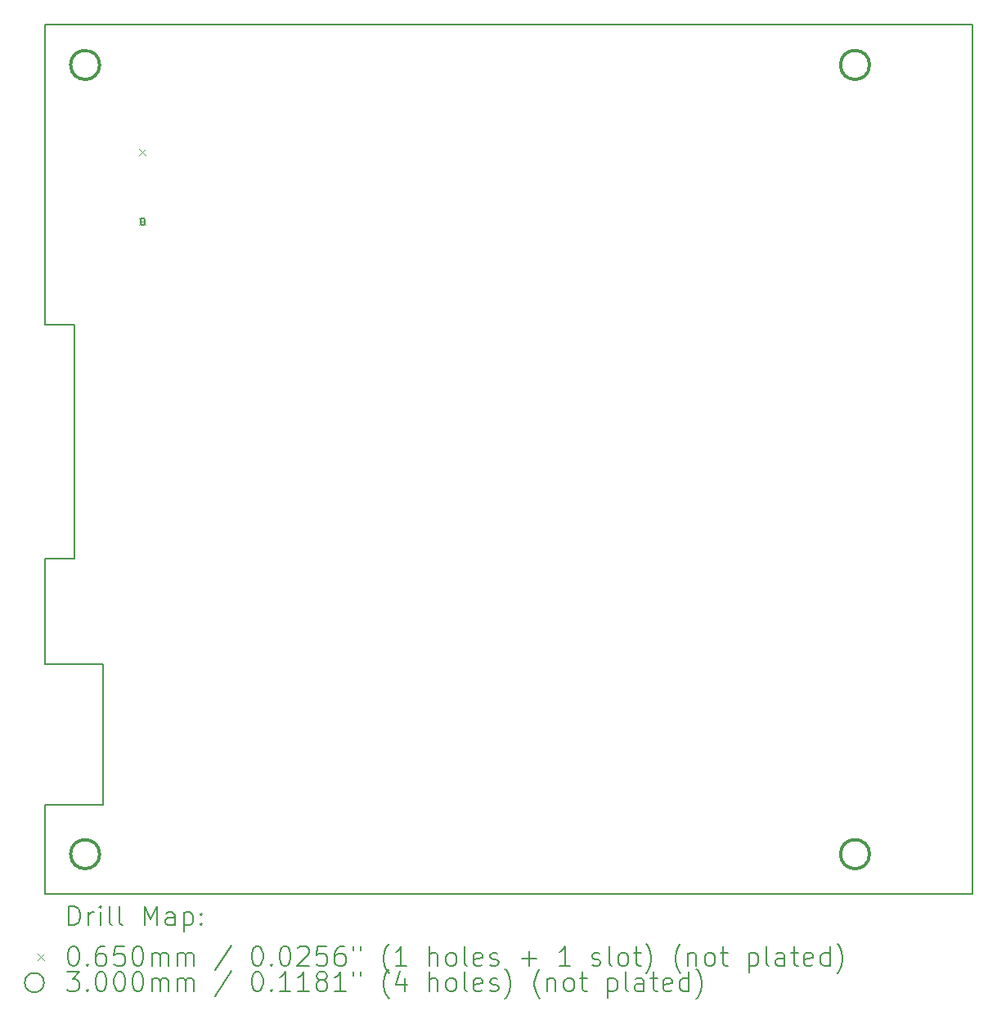
<source format=gbr>
%FSLAX45Y45*%
G04 Gerber Fmt 4.5, Leading zero omitted, Abs format (unit mm)*
G04 Created by KiCad (PCBNEW (6.0.2)) date 2022-05-04 13:01:19*
%MOMM*%
%LPD*%
G01*
G04 APERTURE LIST*
%TA.AperFunction,Profile*%
%ADD10C,0.200000*%
%TD*%
%ADD11C,0.200000*%
%ADD12C,0.065000*%
%ADD13C,0.300000*%
G04 APERTURE END LIST*
D10*
X3759200Y-13660000D02*
X4359200Y-13660000D01*
X3759200Y-12207500D02*
X3759200Y-11117000D01*
X4064000Y-8695000D02*
X4064000Y-11117000D01*
X3759200Y-8695000D02*
X3759200Y-5588000D01*
X13359200Y-5588000D02*
X13359200Y-14588000D01*
X3759200Y-14588000D02*
X13359200Y-14588000D01*
X3759200Y-12207500D02*
X4359200Y-12207500D01*
X4359200Y-12207500D02*
X4359200Y-13660000D01*
X3759200Y-11117000D02*
X4064000Y-11117000D01*
X3759200Y-8695000D02*
X4064000Y-8695000D01*
X3759200Y-5588000D02*
X13359200Y-5588000D01*
X3759200Y-14588000D02*
X3759200Y-13660000D01*
D11*
D12*
X4736740Y-6871900D02*
X4801740Y-6936900D01*
X4801740Y-6871900D02*
X4736740Y-6936900D01*
X4736740Y-7591900D02*
X4801740Y-7656900D01*
X4801740Y-7591900D02*
X4736740Y-7656900D01*
D11*
X4746740Y-7609400D02*
X4746740Y-7639400D01*
X4791740Y-7609400D02*
X4791740Y-7639400D01*
X4746740Y-7639400D02*
G75*
G03*
X4791740Y-7639400I22500J0D01*
G01*
X4791740Y-7609400D02*
G75*
G03*
X4746740Y-7609400I-22500J0D01*
G01*
D13*
X4324200Y-6003000D02*
G75*
G03*
X4324200Y-6003000I-150000J0D01*
G01*
X4324200Y-14173000D02*
G75*
G03*
X4324200Y-14173000I-150000J0D01*
G01*
X12294200Y-6003000D02*
G75*
G03*
X12294200Y-6003000I-150000J0D01*
G01*
X12294200Y-14173000D02*
G75*
G03*
X12294200Y-14173000I-150000J0D01*
G01*
D11*
X4006819Y-14908476D02*
X4006819Y-14708476D01*
X4054438Y-14708476D01*
X4083009Y-14718000D01*
X4102057Y-14737048D01*
X4111581Y-14756095D01*
X4121105Y-14794190D01*
X4121105Y-14822762D01*
X4111581Y-14860857D01*
X4102057Y-14879905D01*
X4083009Y-14898952D01*
X4054438Y-14908476D01*
X4006819Y-14908476D01*
X4206819Y-14908476D02*
X4206819Y-14775143D01*
X4206819Y-14813238D02*
X4216343Y-14794190D01*
X4225867Y-14784667D01*
X4244914Y-14775143D01*
X4263962Y-14775143D01*
X4330629Y-14908476D02*
X4330629Y-14775143D01*
X4330629Y-14708476D02*
X4321105Y-14718000D01*
X4330629Y-14727524D01*
X4340152Y-14718000D01*
X4330629Y-14708476D01*
X4330629Y-14727524D01*
X4454438Y-14908476D02*
X4435390Y-14898952D01*
X4425867Y-14879905D01*
X4425867Y-14708476D01*
X4559200Y-14908476D02*
X4540152Y-14898952D01*
X4530629Y-14879905D01*
X4530629Y-14708476D01*
X4787771Y-14908476D02*
X4787771Y-14708476D01*
X4854438Y-14851333D01*
X4921105Y-14708476D01*
X4921105Y-14908476D01*
X5102057Y-14908476D02*
X5102057Y-14803714D01*
X5092533Y-14784667D01*
X5073486Y-14775143D01*
X5035390Y-14775143D01*
X5016343Y-14784667D01*
X5102057Y-14898952D02*
X5083010Y-14908476D01*
X5035390Y-14908476D01*
X5016343Y-14898952D01*
X5006819Y-14879905D01*
X5006819Y-14860857D01*
X5016343Y-14841809D01*
X5035390Y-14832286D01*
X5083010Y-14832286D01*
X5102057Y-14822762D01*
X5197295Y-14775143D02*
X5197295Y-14975143D01*
X5197295Y-14784667D02*
X5216343Y-14775143D01*
X5254438Y-14775143D01*
X5273486Y-14784667D01*
X5283010Y-14794190D01*
X5292533Y-14813238D01*
X5292533Y-14870381D01*
X5283010Y-14889428D01*
X5273486Y-14898952D01*
X5254438Y-14908476D01*
X5216343Y-14908476D01*
X5197295Y-14898952D01*
X5378248Y-14889428D02*
X5387771Y-14898952D01*
X5378248Y-14908476D01*
X5368724Y-14898952D01*
X5378248Y-14889428D01*
X5378248Y-14908476D01*
X5378248Y-14784667D02*
X5387771Y-14794190D01*
X5378248Y-14803714D01*
X5368724Y-14794190D01*
X5378248Y-14784667D01*
X5378248Y-14803714D01*
D12*
X3684200Y-15205500D02*
X3749200Y-15270500D01*
X3749200Y-15205500D02*
X3684200Y-15270500D01*
D11*
X4044914Y-15128476D02*
X4063962Y-15128476D01*
X4083009Y-15138000D01*
X4092533Y-15147524D01*
X4102057Y-15166571D01*
X4111581Y-15204667D01*
X4111581Y-15252286D01*
X4102057Y-15290381D01*
X4092533Y-15309428D01*
X4083009Y-15318952D01*
X4063962Y-15328476D01*
X4044914Y-15328476D01*
X4025867Y-15318952D01*
X4016343Y-15309428D01*
X4006819Y-15290381D01*
X3997295Y-15252286D01*
X3997295Y-15204667D01*
X4006819Y-15166571D01*
X4016343Y-15147524D01*
X4025867Y-15138000D01*
X4044914Y-15128476D01*
X4197295Y-15309428D02*
X4206819Y-15318952D01*
X4197295Y-15328476D01*
X4187771Y-15318952D01*
X4197295Y-15309428D01*
X4197295Y-15328476D01*
X4378248Y-15128476D02*
X4340152Y-15128476D01*
X4321105Y-15138000D01*
X4311581Y-15147524D01*
X4292533Y-15176095D01*
X4283010Y-15214190D01*
X4283010Y-15290381D01*
X4292533Y-15309428D01*
X4302057Y-15318952D01*
X4321105Y-15328476D01*
X4359200Y-15328476D01*
X4378248Y-15318952D01*
X4387771Y-15309428D01*
X4397295Y-15290381D01*
X4397295Y-15242762D01*
X4387771Y-15223714D01*
X4378248Y-15214190D01*
X4359200Y-15204667D01*
X4321105Y-15204667D01*
X4302057Y-15214190D01*
X4292533Y-15223714D01*
X4283010Y-15242762D01*
X4578248Y-15128476D02*
X4483010Y-15128476D01*
X4473486Y-15223714D01*
X4483010Y-15214190D01*
X4502057Y-15204667D01*
X4549676Y-15204667D01*
X4568724Y-15214190D01*
X4578248Y-15223714D01*
X4587771Y-15242762D01*
X4587771Y-15290381D01*
X4578248Y-15309428D01*
X4568724Y-15318952D01*
X4549676Y-15328476D01*
X4502057Y-15328476D01*
X4483010Y-15318952D01*
X4473486Y-15309428D01*
X4711581Y-15128476D02*
X4730629Y-15128476D01*
X4749676Y-15138000D01*
X4759200Y-15147524D01*
X4768724Y-15166571D01*
X4778248Y-15204667D01*
X4778248Y-15252286D01*
X4768724Y-15290381D01*
X4759200Y-15309428D01*
X4749676Y-15318952D01*
X4730629Y-15328476D01*
X4711581Y-15328476D01*
X4692533Y-15318952D01*
X4683010Y-15309428D01*
X4673486Y-15290381D01*
X4663962Y-15252286D01*
X4663962Y-15204667D01*
X4673486Y-15166571D01*
X4683010Y-15147524D01*
X4692533Y-15138000D01*
X4711581Y-15128476D01*
X4863962Y-15328476D02*
X4863962Y-15195143D01*
X4863962Y-15214190D02*
X4873486Y-15204667D01*
X4892533Y-15195143D01*
X4921105Y-15195143D01*
X4940152Y-15204667D01*
X4949676Y-15223714D01*
X4949676Y-15328476D01*
X4949676Y-15223714D02*
X4959200Y-15204667D01*
X4978248Y-15195143D01*
X5006819Y-15195143D01*
X5025867Y-15204667D01*
X5035390Y-15223714D01*
X5035390Y-15328476D01*
X5130629Y-15328476D02*
X5130629Y-15195143D01*
X5130629Y-15214190D02*
X5140152Y-15204667D01*
X5159200Y-15195143D01*
X5187771Y-15195143D01*
X5206819Y-15204667D01*
X5216343Y-15223714D01*
X5216343Y-15328476D01*
X5216343Y-15223714D02*
X5225867Y-15204667D01*
X5244914Y-15195143D01*
X5273486Y-15195143D01*
X5292533Y-15204667D01*
X5302057Y-15223714D01*
X5302057Y-15328476D01*
X5692533Y-15118952D02*
X5521105Y-15376095D01*
X5949676Y-15128476D02*
X5968724Y-15128476D01*
X5987771Y-15138000D01*
X5997295Y-15147524D01*
X6006819Y-15166571D01*
X6016343Y-15204667D01*
X6016343Y-15252286D01*
X6006819Y-15290381D01*
X5997295Y-15309428D01*
X5987771Y-15318952D01*
X5968724Y-15328476D01*
X5949676Y-15328476D01*
X5930628Y-15318952D01*
X5921105Y-15309428D01*
X5911581Y-15290381D01*
X5902057Y-15252286D01*
X5902057Y-15204667D01*
X5911581Y-15166571D01*
X5921105Y-15147524D01*
X5930628Y-15138000D01*
X5949676Y-15128476D01*
X6102057Y-15309428D02*
X6111581Y-15318952D01*
X6102057Y-15328476D01*
X6092533Y-15318952D01*
X6102057Y-15309428D01*
X6102057Y-15328476D01*
X6235390Y-15128476D02*
X6254438Y-15128476D01*
X6273486Y-15138000D01*
X6283009Y-15147524D01*
X6292533Y-15166571D01*
X6302057Y-15204667D01*
X6302057Y-15252286D01*
X6292533Y-15290381D01*
X6283009Y-15309428D01*
X6273486Y-15318952D01*
X6254438Y-15328476D01*
X6235390Y-15328476D01*
X6216343Y-15318952D01*
X6206819Y-15309428D01*
X6197295Y-15290381D01*
X6187771Y-15252286D01*
X6187771Y-15204667D01*
X6197295Y-15166571D01*
X6206819Y-15147524D01*
X6216343Y-15138000D01*
X6235390Y-15128476D01*
X6378248Y-15147524D02*
X6387771Y-15138000D01*
X6406819Y-15128476D01*
X6454438Y-15128476D01*
X6473486Y-15138000D01*
X6483009Y-15147524D01*
X6492533Y-15166571D01*
X6492533Y-15185619D01*
X6483009Y-15214190D01*
X6368724Y-15328476D01*
X6492533Y-15328476D01*
X6673486Y-15128476D02*
X6578248Y-15128476D01*
X6568724Y-15223714D01*
X6578248Y-15214190D01*
X6597295Y-15204667D01*
X6644914Y-15204667D01*
X6663962Y-15214190D01*
X6673486Y-15223714D01*
X6683009Y-15242762D01*
X6683009Y-15290381D01*
X6673486Y-15309428D01*
X6663962Y-15318952D01*
X6644914Y-15328476D01*
X6597295Y-15328476D01*
X6578248Y-15318952D01*
X6568724Y-15309428D01*
X6854438Y-15128476D02*
X6816343Y-15128476D01*
X6797295Y-15138000D01*
X6787771Y-15147524D01*
X6768724Y-15176095D01*
X6759200Y-15214190D01*
X6759200Y-15290381D01*
X6768724Y-15309428D01*
X6778248Y-15318952D01*
X6797295Y-15328476D01*
X6835390Y-15328476D01*
X6854438Y-15318952D01*
X6863962Y-15309428D01*
X6873486Y-15290381D01*
X6873486Y-15242762D01*
X6863962Y-15223714D01*
X6854438Y-15214190D01*
X6835390Y-15204667D01*
X6797295Y-15204667D01*
X6778248Y-15214190D01*
X6768724Y-15223714D01*
X6759200Y-15242762D01*
X6949676Y-15128476D02*
X6949676Y-15166571D01*
X7025867Y-15128476D02*
X7025867Y-15166571D01*
X7321105Y-15404667D02*
X7311581Y-15395143D01*
X7292533Y-15366571D01*
X7283009Y-15347524D01*
X7273486Y-15318952D01*
X7263962Y-15271333D01*
X7263962Y-15233238D01*
X7273486Y-15185619D01*
X7283009Y-15157048D01*
X7292533Y-15138000D01*
X7311581Y-15109428D01*
X7321105Y-15099905D01*
X7502057Y-15328476D02*
X7387771Y-15328476D01*
X7444914Y-15328476D02*
X7444914Y-15128476D01*
X7425867Y-15157048D01*
X7406819Y-15176095D01*
X7387771Y-15185619D01*
X7740152Y-15328476D02*
X7740152Y-15128476D01*
X7825867Y-15328476D02*
X7825867Y-15223714D01*
X7816343Y-15204667D01*
X7797295Y-15195143D01*
X7768724Y-15195143D01*
X7749676Y-15204667D01*
X7740152Y-15214190D01*
X7949676Y-15328476D02*
X7930628Y-15318952D01*
X7921105Y-15309428D01*
X7911581Y-15290381D01*
X7911581Y-15233238D01*
X7921105Y-15214190D01*
X7930628Y-15204667D01*
X7949676Y-15195143D01*
X7978248Y-15195143D01*
X7997295Y-15204667D01*
X8006819Y-15214190D01*
X8016343Y-15233238D01*
X8016343Y-15290381D01*
X8006819Y-15309428D01*
X7997295Y-15318952D01*
X7978248Y-15328476D01*
X7949676Y-15328476D01*
X8130628Y-15328476D02*
X8111581Y-15318952D01*
X8102057Y-15299905D01*
X8102057Y-15128476D01*
X8283009Y-15318952D02*
X8263962Y-15328476D01*
X8225867Y-15328476D01*
X8206819Y-15318952D01*
X8197295Y-15299905D01*
X8197295Y-15223714D01*
X8206819Y-15204667D01*
X8225867Y-15195143D01*
X8263962Y-15195143D01*
X8283009Y-15204667D01*
X8292533Y-15223714D01*
X8292533Y-15242762D01*
X8197295Y-15261809D01*
X8368724Y-15318952D02*
X8387771Y-15328476D01*
X8425867Y-15328476D01*
X8444914Y-15318952D01*
X8454438Y-15299905D01*
X8454438Y-15290381D01*
X8444914Y-15271333D01*
X8425867Y-15261809D01*
X8397295Y-15261809D01*
X8378248Y-15252286D01*
X8368724Y-15233238D01*
X8368724Y-15223714D01*
X8378248Y-15204667D01*
X8397295Y-15195143D01*
X8425867Y-15195143D01*
X8444914Y-15204667D01*
X8692533Y-15252286D02*
X8844914Y-15252286D01*
X8768724Y-15328476D02*
X8768724Y-15176095D01*
X9197295Y-15328476D02*
X9083010Y-15328476D01*
X9140152Y-15328476D02*
X9140152Y-15128476D01*
X9121105Y-15157048D01*
X9102057Y-15176095D01*
X9083010Y-15185619D01*
X9425867Y-15318952D02*
X9444914Y-15328476D01*
X9483010Y-15328476D01*
X9502057Y-15318952D01*
X9511581Y-15299905D01*
X9511581Y-15290381D01*
X9502057Y-15271333D01*
X9483010Y-15261809D01*
X9454438Y-15261809D01*
X9435390Y-15252286D01*
X9425867Y-15233238D01*
X9425867Y-15223714D01*
X9435390Y-15204667D01*
X9454438Y-15195143D01*
X9483010Y-15195143D01*
X9502057Y-15204667D01*
X9625867Y-15328476D02*
X9606819Y-15318952D01*
X9597295Y-15299905D01*
X9597295Y-15128476D01*
X9730629Y-15328476D02*
X9711581Y-15318952D01*
X9702057Y-15309428D01*
X9692533Y-15290381D01*
X9692533Y-15233238D01*
X9702057Y-15214190D01*
X9711581Y-15204667D01*
X9730629Y-15195143D01*
X9759200Y-15195143D01*
X9778248Y-15204667D01*
X9787771Y-15214190D01*
X9797295Y-15233238D01*
X9797295Y-15290381D01*
X9787771Y-15309428D01*
X9778248Y-15318952D01*
X9759200Y-15328476D01*
X9730629Y-15328476D01*
X9854438Y-15195143D02*
X9930629Y-15195143D01*
X9883010Y-15128476D02*
X9883010Y-15299905D01*
X9892533Y-15318952D01*
X9911581Y-15328476D01*
X9930629Y-15328476D01*
X9978248Y-15404667D02*
X9987771Y-15395143D01*
X10006819Y-15366571D01*
X10016343Y-15347524D01*
X10025867Y-15318952D01*
X10035390Y-15271333D01*
X10035390Y-15233238D01*
X10025867Y-15185619D01*
X10016343Y-15157048D01*
X10006819Y-15138000D01*
X9987771Y-15109428D01*
X9978248Y-15099905D01*
X10340152Y-15404667D02*
X10330629Y-15395143D01*
X10311581Y-15366571D01*
X10302057Y-15347524D01*
X10292533Y-15318952D01*
X10283010Y-15271333D01*
X10283010Y-15233238D01*
X10292533Y-15185619D01*
X10302057Y-15157048D01*
X10311581Y-15138000D01*
X10330629Y-15109428D01*
X10340152Y-15099905D01*
X10416343Y-15195143D02*
X10416343Y-15328476D01*
X10416343Y-15214190D02*
X10425867Y-15204667D01*
X10444914Y-15195143D01*
X10473486Y-15195143D01*
X10492533Y-15204667D01*
X10502057Y-15223714D01*
X10502057Y-15328476D01*
X10625867Y-15328476D02*
X10606819Y-15318952D01*
X10597295Y-15309428D01*
X10587771Y-15290381D01*
X10587771Y-15233238D01*
X10597295Y-15214190D01*
X10606819Y-15204667D01*
X10625867Y-15195143D01*
X10654438Y-15195143D01*
X10673486Y-15204667D01*
X10683010Y-15214190D01*
X10692533Y-15233238D01*
X10692533Y-15290381D01*
X10683010Y-15309428D01*
X10673486Y-15318952D01*
X10654438Y-15328476D01*
X10625867Y-15328476D01*
X10749676Y-15195143D02*
X10825867Y-15195143D01*
X10778248Y-15128476D02*
X10778248Y-15299905D01*
X10787771Y-15318952D01*
X10806819Y-15328476D01*
X10825867Y-15328476D01*
X11044914Y-15195143D02*
X11044914Y-15395143D01*
X11044914Y-15204667D02*
X11063962Y-15195143D01*
X11102057Y-15195143D01*
X11121105Y-15204667D01*
X11130629Y-15214190D01*
X11140152Y-15233238D01*
X11140152Y-15290381D01*
X11130629Y-15309428D01*
X11121105Y-15318952D01*
X11102057Y-15328476D01*
X11063962Y-15328476D01*
X11044914Y-15318952D01*
X11254438Y-15328476D02*
X11235390Y-15318952D01*
X11225867Y-15299905D01*
X11225867Y-15128476D01*
X11416343Y-15328476D02*
X11416343Y-15223714D01*
X11406819Y-15204667D01*
X11387771Y-15195143D01*
X11349676Y-15195143D01*
X11330628Y-15204667D01*
X11416343Y-15318952D02*
X11397295Y-15328476D01*
X11349676Y-15328476D01*
X11330628Y-15318952D01*
X11321105Y-15299905D01*
X11321105Y-15280857D01*
X11330628Y-15261809D01*
X11349676Y-15252286D01*
X11397295Y-15252286D01*
X11416343Y-15242762D01*
X11483009Y-15195143D02*
X11559200Y-15195143D01*
X11511581Y-15128476D02*
X11511581Y-15299905D01*
X11521105Y-15318952D01*
X11540152Y-15328476D01*
X11559200Y-15328476D01*
X11702057Y-15318952D02*
X11683009Y-15328476D01*
X11644914Y-15328476D01*
X11625867Y-15318952D01*
X11616343Y-15299905D01*
X11616343Y-15223714D01*
X11625867Y-15204667D01*
X11644914Y-15195143D01*
X11683009Y-15195143D01*
X11702057Y-15204667D01*
X11711581Y-15223714D01*
X11711581Y-15242762D01*
X11616343Y-15261809D01*
X11883009Y-15328476D02*
X11883009Y-15128476D01*
X11883009Y-15318952D02*
X11863962Y-15328476D01*
X11825867Y-15328476D01*
X11806819Y-15318952D01*
X11797295Y-15309428D01*
X11787771Y-15290381D01*
X11787771Y-15233238D01*
X11797295Y-15214190D01*
X11806819Y-15204667D01*
X11825867Y-15195143D01*
X11863962Y-15195143D01*
X11883009Y-15204667D01*
X11959200Y-15404667D02*
X11968724Y-15395143D01*
X11987771Y-15366571D01*
X11997295Y-15347524D01*
X12006819Y-15318952D01*
X12016343Y-15271333D01*
X12016343Y-15233238D01*
X12006819Y-15185619D01*
X11997295Y-15157048D01*
X11987771Y-15138000D01*
X11968724Y-15109428D01*
X11959200Y-15099905D01*
X3749200Y-15502000D02*
G75*
G03*
X3749200Y-15502000I-100000J0D01*
G01*
X3987771Y-15392476D02*
X4111581Y-15392476D01*
X4044914Y-15468667D01*
X4073486Y-15468667D01*
X4092533Y-15478190D01*
X4102057Y-15487714D01*
X4111581Y-15506762D01*
X4111581Y-15554381D01*
X4102057Y-15573428D01*
X4092533Y-15582952D01*
X4073486Y-15592476D01*
X4016343Y-15592476D01*
X3997295Y-15582952D01*
X3987771Y-15573428D01*
X4197295Y-15573428D02*
X4206819Y-15582952D01*
X4197295Y-15592476D01*
X4187771Y-15582952D01*
X4197295Y-15573428D01*
X4197295Y-15592476D01*
X4330629Y-15392476D02*
X4349676Y-15392476D01*
X4368724Y-15402000D01*
X4378248Y-15411524D01*
X4387771Y-15430571D01*
X4397295Y-15468667D01*
X4397295Y-15516286D01*
X4387771Y-15554381D01*
X4378248Y-15573428D01*
X4368724Y-15582952D01*
X4349676Y-15592476D01*
X4330629Y-15592476D01*
X4311581Y-15582952D01*
X4302057Y-15573428D01*
X4292533Y-15554381D01*
X4283010Y-15516286D01*
X4283010Y-15468667D01*
X4292533Y-15430571D01*
X4302057Y-15411524D01*
X4311581Y-15402000D01*
X4330629Y-15392476D01*
X4521105Y-15392476D02*
X4540152Y-15392476D01*
X4559200Y-15402000D01*
X4568724Y-15411524D01*
X4578248Y-15430571D01*
X4587771Y-15468667D01*
X4587771Y-15516286D01*
X4578248Y-15554381D01*
X4568724Y-15573428D01*
X4559200Y-15582952D01*
X4540152Y-15592476D01*
X4521105Y-15592476D01*
X4502057Y-15582952D01*
X4492533Y-15573428D01*
X4483010Y-15554381D01*
X4473486Y-15516286D01*
X4473486Y-15468667D01*
X4483010Y-15430571D01*
X4492533Y-15411524D01*
X4502057Y-15402000D01*
X4521105Y-15392476D01*
X4711581Y-15392476D02*
X4730629Y-15392476D01*
X4749676Y-15402000D01*
X4759200Y-15411524D01*
X4768724Y-15430571D01*
X4778248Y-15468667D01*
X4778248Y-15516286D01*
X4768724Y-15554381D01*
X4759200Y-15573428D01*
X4749676Y-15582952D01*
X4730629Y-15592476D01*
X4711581Y-15592476D01*
X4692533Y-15582952D01*
X4683010Y-15573428D01*
X4673486Y-15554381D01*
X4663962Y-15516286D01*
X4663962Y-15468667D01*
X4673486Y-15430571D01*
X4683010Y-15411524D01*
X4692533Y-15402000D01*
X4711581Y-15392476D01*
X4863962Y-15592476D02*
X4863962Y-15459143D01*
X4863962Y-15478190D02*
X4873486Y-15468667D01*
X4892533Y-15459143D01*
X4921105Y-15459143D01*
X4940152Y-15468667D01*
X4949676Y-15487714D01*
X4949676Y-15592476D01*
X4949676Y-15487714D02*
X4959200Y-15468667D01*
X4978248Y-15459143D01*
X5006819Y-15459143D01*
X5025867Y-15468667D01*
X5035390Y-15487714D01*
X5035390Y-15592476D01*
X5130629Y-15592476D02*
X5130629Y-15459143D01*
X5130629Y-15478190D02*
X5140152Y-15468667D01*
X5159200Y-15459143D01*
X5187771Y-15459143D01*
X5206819Y-15468667D01*
X5216343Y-15487714D01*
X5216343Y-15592476D01*
X5216343Y-15487714D02*
X5225867Y-15468667D01*
X5244914Y-15459143D01*
X5273486Y-15459143D01*
X5292533Y-15468667D01*
X5302057Y-15487714D01*
X5302057Y-15592476D01*
X5692533Y-15382952D02*
X5521105Y-15640095D01*
X5949676Y-15392476D02*
X5968724Y-15392476D01*
X5987771Y-15402000D01*
X5997295Y-15411524D01*
X6006819Y-15430571D01*
X6016343Y-15468667D01*
X6016343Y-15516286D01*
X6006819Y-15554381D01*
X5997295Y-15573428D01*
X5987771Y-15582952D01*
X5968724Y-15592476D01*
X5949676Y-15592476D01*
X5930628Y-15582952D01*
X5921105Y-15573428D01*
X5911581Y-15554381D01*
X5902057Y-15516286D01*
X5902057Y-15468667D01*
X5911581Y-15430571D01*
X5921105Y-15411524D01*
X5930628Y-15402000D01*
X5949676Y-15392476D01*
X6102057Y-15573428D02*
X6111581Y-15582952D01*
X6102057Y-15592476D01*
X6092533Y-15582952D01*
X6102057Y-15573428D01*
X6102057Y-15592476D01*
X6302057Y-15592476D02*
X6187771Y-15592476D01*
X6244914Y-15592476D02*
X6244914Y-15392476D01*
X6225867Y-15421048D01*
X6206819Y-15440095D01*
X6187771Y-15449619D01*
X6492533Y-15592476D02*
X6378248Y-15592476D01*
X6435390Y-15592476D02*
X6435390Y-15392476D01*
X6416343Y-15421048D01*
X6397295Y-15440095D01*
X6378248Y-15449619D01*
X6606819Y-15478190D02*
X6587771Y-15468667D01*
X6578248Y-15459143D01*
X6568724Y-15440095D01*
X6568724Y-15430571D01*
X6578248Y-15411524D01*
X6587771Y-15402000D01*
X6606819Y-15392476D01*
X6644914Y-15392476D01*
X6663962Y-15402000D01*
X6673486Y-15411524D01*
X6683009Y-15430571D01*
X6683009Y-15440095D01*
X6673486Y-15459143D01*
X6663962Y-15468667D01*
X6644914Y-15478190D01*
X6606819Y-15478190D01*
X6587771Y-15487714D01*
X6578248Y-15497238D01*
X6568724Y-15516286D01*
X6568724Y-15554381D01*
X6578248Y-15573428D01*
X6587771Y-15582952D01*
X6606819Y-15592476D01*
X6644914Y-15592476D01*
X6663962Y-15582952D01*
X6673486Y-15573428D01*
X6683009Y-15554381D01*
X6683009Y-15516286D01*
X6673486Y-15497238D01*
X6663962Y-15487714D01*
X6644914Y-15478190D01*
X6873486Y-15592476D02*
X6759200Y-15592476D01*
X6816343Y-15592476D02*
X6816343Y-15392476D01*
X6797295Y-15421048D01*
X6778248Y-15440095D01*
X6759200Y-15449619D01*
X6949676Y-15392476D02*
X6949676Y-15430571D01*
X7025867Y-15392476D02*
X7025867Y-15430571D01*
X7321105Y-15668667D02*
X7311581Y-15659143D01*
X7292533Y-15630571D01*
X7283009Y-15611524D01*
X7273486Y-15582952D01*
X7263962Y-15535333D01*
X7263962Y-15497238D01*
X7273486Y-15449619D01*
X7283009Y-15421048D01*
X7292533Y-15402000D01*
X7311581Y-15373428D01*
X7321105Y-15363905D01*
X7483009Y-15459143D02*
X7483009Y-15592476D01*
X7435390Y-15382952D02*
X7387771Y-15525809D01*
X7511581Y-15525809D01*
X7740152Y-15592476D02*
X7740152Y-15392476D01*
X7825867Y-15592476D02*
X7825867Y-15487714D01*
X7816343Y-15468667D01*
X7797295Y-15459143D01*
X7768724Y-15459143D01*
X7749676Y-15468667D01*
X7740152Y-15478190D01*
X7949676Y-15592476D02*
X7930628Y-15582952D01*
X7921105Y-15573428D01*
X7911581Y-15554381D01*
X7911581Y-15497238D01*
X7921105Y-15478190D01*
X7930628Y-15468667D01*
X7949676Y-15459143D01*
X7978248Y-15459143D01*
X7997295Y-15468667D01*
X8006819Y-15478190D01*
X8016343Y-15497238D01*
X8016343Y-15554381D01*
X8006819Y-15573428D01*
X7997295Y-15582952D01*
X7978248Y-15592476D01*
X7949676Y-15592476D01*
X8130628Y-15592476D02*
X8111581Y-15582952D01*
X8102057Y-15563905D01*
X8102057Y-15392476D01*
X8283009Y-15582952D02*
X8263962Y-15592476D01*
X8225867Y-15592476D01*
X8206819Y-15582952D01*
X8197295Y-15563905D01*
X8197295Y-15487714D01*
X8206819Y-15468667D01*
X8225867Y-15459143D01*
X8263962Y-15459143D01*
X8283009Y-15468667D01*
X8292533Y-15487714D01*
X8292533Y-15506762D01*
X8197295Y-15525809D01*
X8368724Y-15582952D02*
X8387771Y-15592476D01*
X8425867Y-15592476D01*
X8444914Y-15582952D01*
X8454438Y-15563905D01*
X8454438Y-15554381D01*
X8444914Y-15535333D01*
X8425867Y-15525809D01*
X8397295Y-15525809D01*
X8378248Y-15516286D01*
X8368724Y-15497238D01*
X8368724Y-15487714D01*
X8378248Y-15468667D01*
X8397295Y-15459143D01*
X8425867Y-15459143D01*
X8444914Y-15468667D01*
X8521105Y-15668667D02*
X8530629Y-15659143D01*
X8549676Y-15630571D01*
X8559200Y-15611524D01*
X8568724Y-15582952D01*
X8578248Y-15535333D01*
X8578248Y-15497238D01*
X8568724Y-15449619D01*
X8559200Y-15421048D01*
X8549676Y-15402000D01*
X8530629Y-15373428D01*
X8521105Y-15363905D01*
X8883010Y-15668667D02*
X8873486Y-15659143D01*
X8854438Y-15630571D01*
X8844914Y-15611524D01*
X8835390Y-15582952D01*
X8825867Y-15535333D01*
X8825867Y-15497238D01*
X8835390Y-15449619D01*
X8844914Y-15421048D01*
X8854438Y-15402000D01*
X8873486Y-15373428D01*
X8883010Y-15363905D01*
X8959200Y-15459143D02*
X8959200Y-15592476D01*
X8959200Y-15478190D02*
X8968724Y-15468667D01*
X8987771Y-15459143D01*
X9016343Y-15459143D01*
X9035390Y-15468667D01*
X9044914Y-15487714D01*
X9044914Y-15592476D01*
X9168724Y-15592476D02*
X9149676Y-15582952D01*
X9140152Y-15573428D01*
X9130629Y-15554381D01*
X9130629Y-15497238D01*
X9140152Y-15478190D01*
X9149676Y-15468667D01*
X9168724Y-15459143D01*
X9197295Y-15459143D01*
X9216343Y-15468667D01*
X9225867Y-15478190D01*
X9235390Y-15497238D01*
X9235390Y-15554381D01*
X9225867Y-15573428D01*
X9216343Y-15582952D01*
X9197295Y-15592476D01*
X9168724Y-15592476D01*
X9292533Y-15459143D02*
X9368724Y-15459143D01*
X9321105Y-15392476D02*
X9321105Y-15563905D01*
X9330629Y-15582952D01*
X9349676Y-15592476D01*
X9368724Y-15592476D01*
X9587771Y-15459143D02*
X9587771Y-15659143D01*
X9587771Y-15468667D02*
X9606819Y-15459143D01*
X9644914Y-15459143D01*
X9663962Y-15468667D01*
X9673486Y-15478190D01*
X9683010Y-15497238D01*
X9683010Y-15554381D01*
X9673486Y-15573428D01*
X9663962Y-15582952D01*
X9644914Y-15592476D01*
X9606819Y-15592476D01*
X9587771Y-15582952D01*
X9797295Y-15592476D02*
X9778248Y-15582952D01*
X9768724Y-15563905D01*
X9768724Y-15392476D01*
X9959200Y-15592476D02*
X9959200Y-15487714D01*
X9949676Y-15468667D01*
X9930629Y-15459143D01*
X9892533Y-15459143D01*
X9873486Y-15468667D01*
X9959200Y-15582952D02*
X9940152Y-15592476D01*
X9892533Y-15592476D01*
X9873486Y-15582952D01*
X9863962Y-15563905D01*
X9863962Y-15544857D01*
X9873486Y-15525809D01*
X9892533Y-15516286D01*
X9940152Y-15516286D01*
X9959200Y-15506762D01*
X10025867Y-15459143D02*
X10102057Y-15459143D01*
X10054438Y-15392476D02*
X10054438Y-15563905D01*
X10063962Y-15582952D01*
X10083010Y-15592476D01*
X10102057Y-15592476D01*
X10244914Y-15582952D02*
X10225867Y-15592476D01*
X10187771Y-15592476D01*
X10168724Y-15582952D01*
X10159200Y-15563905D01*
X10159200Y-15487714D01*
X10168724Y-15468667D01*
X10187771Y-15459143D01*
X10225867Y-15459143D01*
X10244914Y-15468667D01*
X10254438Y-15487714D01*
X10254438Y-15506762D01*
X10159200Y-15525809D01*
X10425867Y-15592476D02*
X10425867Y-15392476D01*
X10425867Y-15582952D02*
X10406819Y-15592476D01*
X10368724Y-15592476D01*
X10349676Y-15582952D01*
X10340152Y-15573428D01*
X10330629Y-15554381D01*
X10330629Y-15497238D01*
X10340152Y-15478190D01*
X10349676Y-15468667D01*
X10368724Y-15459143D01*
X10406819Y-15459143D01*
X10425867Y-15468667D01*
X10502057Y-15668667D02*
X10511581Y-15659143D01*
X10530629Y-15630571D01*
X10540152Y-15611524D01*
X10549676Y-15582952D01*
X10559200Y-15535333D01*
X10559200Y-15497238D01*
X10549676Y-15449619D01*
X10540152Y-15421048D01*
X10530629Y-15402000D01*
X10511581Y-15373428D01*
X10502057Y-15363905D01*
M02*

</source>
